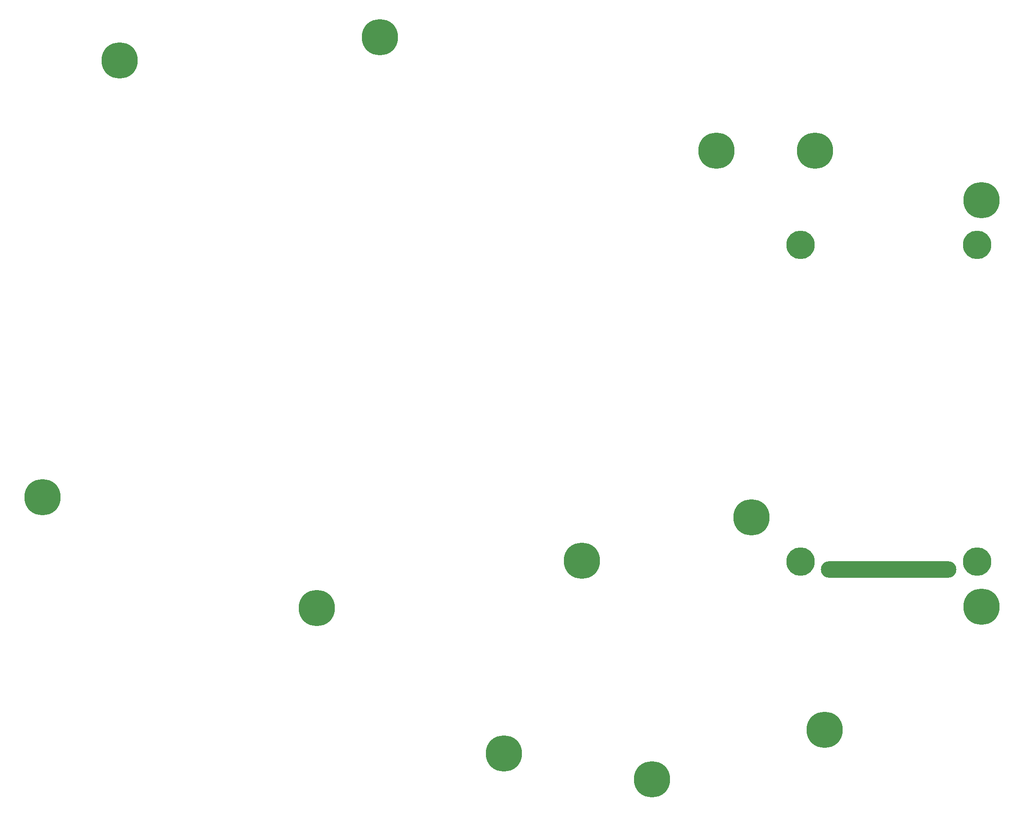
<source format=gbr>
%TF.GenerationSoftware,KiCad,Pcbnew,(5.1.7)-1*%
%TF.CreationDate,2020-10-07T08:38:14+11:00*%
%TF.ProjectId,Board-DjinnPlate,426f6172-642d-4446-9a69-6e6e506c6174,rev?*%
%TF.SameCoordinates,Original*%
%TF.FileFunction,Soldermask,Top*%
%TF.FilePolarity,Negative*%
%FSLAX46Y46*%
G04 Gerber Fmt 4.6, Leading zero omitted, Abs format (unit mm)*
G04 Created by KiCad (PCBNEW (5.1.7)-1) date 2020-10-07 08:38:14*
%MOMM*%
%LPD*%
G01*
G04 APERTURE LIST*
%ADD10C,7.000000*%
%ADD11O,26.200000X3.200000*%
%ADD12C,5.500000*%
G04 APERTURE END LIST*
D10*
%TO.C,PLATE1*%
X46966766Y19525432D03*
X99473603Y-123894915D03*
X163167435Y-90487880D03*
X34774198Y-90761447D03*
X163167435Y-11906299D03*
X111919220Y-2381261D03*
X130969300Y-2381260D03*
X85949668Y-81650102D03*
X-3381700Y15104253D03*
X-18267752Y-69318746D03*
X118708259Y-73245522D03*
X70919102Y-118896720D03*
X132900881Y-114300480D03*
%TD*%
D11*
%TO.C,LCD1*%
X145256860Y-83344100D03*
D12*
X162306860Y-81797090D03*
X128206860Y-20597090D03*
X128206860Y-81797090D03*
X162306860Y-20597090D03*
%TD*%
M02*

</source>
